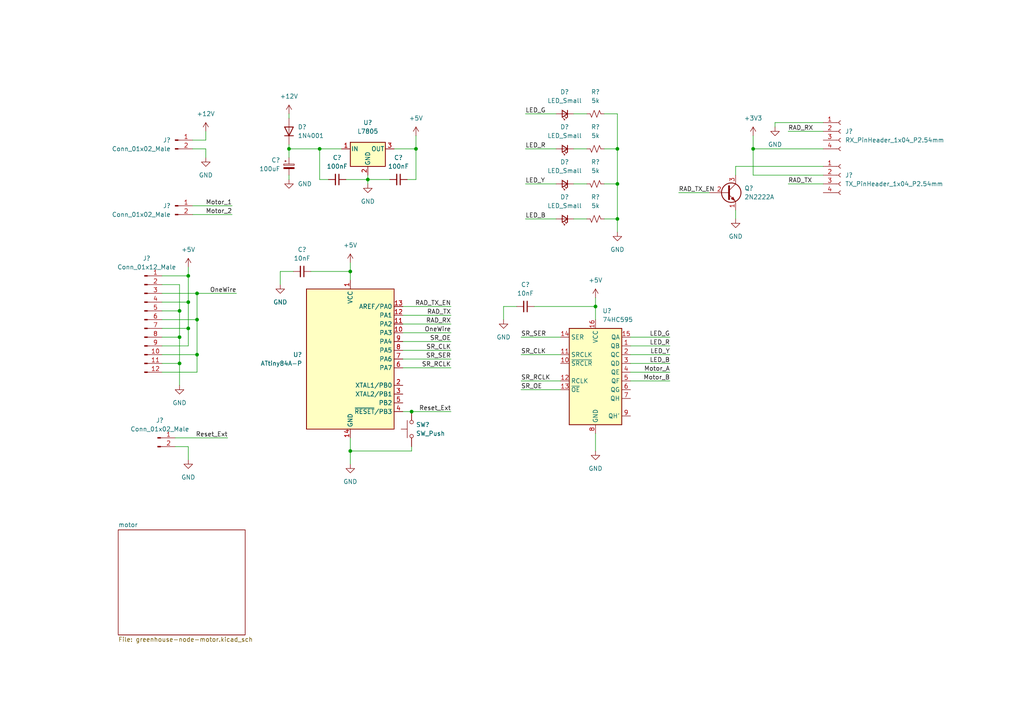
<source format=kicad_sch>
(kicad_sch (version 20211123) (generator eeschema)
  (paper "A4")
  (lib_symbols
    (symbol "74xx:74HC595"
      (property "Reference" "U" (at -7.62 13.97 0))
      (property "Value" "74HC595" (at -7.62 -16.51 0))
      (symbol "74HC595_1_0"
        (pin tri_state line (at 10.16 7.62 180) (length 2.54) (name "QB") (number "1"))
        (pin input line (at -10.16 2.54 0) (length 2.54) (name "~{SRCLR}") (number "10"))
        (pin input line (at -10.16 5.08 0) (length 2.54) (name "SRCLK") (number "11"))
        (pin input line (at -10.16 -2.54 0) (length 2.54) (name "RCLK") (number "12"))
        (pin input line (at -10.16 -5.08 0) (length 2.54) (name "~{OE}") (number "13"))
        (pin input line (at -10.16 10.16 0) (length 2.54) (name "SER") (number "14"))
        (pin tri_state line (at 10.16 10.16 180) (length 2.54) (name "QA") (number "15"))
        (pin power_in line (at 0 15.24 270) (length 2.54) (name "VCC") (number "16"))
        (pin tri_state line (at 10.16 5.08 180) (length 2.54) (name "QC") (number "2"))
        (pin tri_state line (at 10.16 2.54 180) (length 2.54) (name "QD") (number "3"))
        (pin tri_state line (at 10.16 0 180) (length 2.54) (name "QE") (number "4"))
        (pin tri_state line (at 10.16 -2.54 180) (length 2.54) (name "QF") (number "5"))
        (pin tri_state line (at 10.16 -5.08 180) (length 2.54) (name "QG") (number "6"))
        (pin tri_state line (at 10.16 -7.62 180) (length 2.54) (name "QH") (number "7"))
        (pin power_in line (at 0 -17.78 90) (length 2.54) (name "GND") (number "8"))
        (pin output line (at 10.16 -12.7 180) (length 2.54) (name "QH'") (number "9"))
      )
      (symbol "74HC595_1_1"
        (rectangle (start -7.62 12.7) (end 7.62 -15.24) (stroke (width 0.254)) (fill (type background)))
      )
    )
    (symbol "Connector:Conn_01x02_Male" (pin_names (offset 1.016) hide)
      (property "Reference" "J" (at 0 2.54 0))
      (property "Value" "Conn_01x02_Male" (at 0 -5.08 0))
      (symbol "Conn_01x02_Male_1_1"
        (polyline (pts (xy 1.27 -2.54) (xy 0.8636 -2.54)) (stroke (width 0.1524)))
        (polyline (pts (xy 1.27 0) (xy 0.8636 0)) (stroke (width 0.1524)))
        (rectangle (start 0.8636 -2.413) (end 0 -2.667) (stroke (width 0.1524)) (fill (type outline)))
        (rectangle (start 0.8636 0.127) (end 0 -0.127) (stroke (width 0.1524)) (fill (type outline)))
        (pin passive line (at 5.08 0 180) (length 3.81) (name "Pin_1") (number "1"))
        (pin passive line (at 5.08 -2.54 180) (length 3.81) (name "Pin_2") (number "2"))
      )
    )
    (symbol "Connector:Conn_01x04_Female" (pin_names (offset 1.016) hide)
      (property "Reference" "J" (at 0 5.08 0))
      (property "Value" "Conn_01x04_Female" (at 0 -7.62 0))
      (symbol "Conn_01x04_Female_1_1"
        (arc (start 0 -4.572) (mid -0.508 -5.08) (end 0 -5.588) (stroke (width 0.1524)))
        (arc (start 0 -2.032) (mid -0.508 -2.54) (end 0 -3.048) (stroke (width 0.1524)))
        (polyline (pts (xy -1.27 -5.08) (xy -0.508 -5.08)) (stroke (width 0.1524)))
        (polyline (pts (xy -1.27 -2.54) (xy -0.508 -2.54)) (stroke (width 0.1524)))
        (polyline (pts (xy -1.27 0) (xy -0.508 0)) (stroke (width 0.1524)))
        (polyline (pts (xy -1.27 2.54) (xy -0.508 2.54)) (stroke (width 0.1524)))
        (arc (start 0 0.508) (mid -0.508 0) (end 0 -0.508) (stroke (width 0.1524)))
        (arc (start 0 3.048) (mid -0.508 2.54) (end 0 2.032) (stroke (width 0.1524)))
        (pin passive line (at -5.08 2.54 0) (length 3.81) (name "Pin_1") (number "1"))
        (pin passive line (at -5.08 0 0) (length 3.81) (name "Pin_2") (number "2"))
        (pin passive line (at -5.08 -2.54 0) (length 3.81) (name "Pin_3") (number "3"))
        (pin passive line (at -5.08 -5.08 0) (length 3.81) (name "Pin_4") (number "4"))
      )
    )
    (symbol "Connector:Conn_01x12_Male" (pin_names (offset 1.016) hide)
      (property "Reference" "J" (at 0 15.24 0))
      (property "Value" "Conn_01x12_Male" (at 0 -17.78 0))
      (symbol "Conn_01x12_Male_1_1"
        (polyline (pts (xy 1.27 -15.24) (xy 0.8636 -15.24)) (stroke (width 0.1524)))
        (polyline (pts (xy 1.27 -12.7) (xy 0.8636 -12.7)) (stroke (width 0.1524)))
        (polyline (pts (xy 1.27 -10.16) (xy 0.8636 -10.16)) (stroke (width 0.1524)))
        (polyline (pts (xy 1.27 -7.62) (xy 0.8636 -7.62)) (stroke (width 0.1524)))
        (polyline (pts (xy 1.27 -5.08) (xy 0.8636 -5.08)) (stroke (width 0.1524)))
        (polyline (pts (xy 1.27 -2.54) (xy 0.8636 -2.54)) (stroke (width 0.1524)))
        (polyline (pts (xy 1.27 0) (xy 0.8636 0)) (stroke (width 0.1524)))
        (polyline (pts (xy 1.27 2.54) (xy 0.8636 2.54)) (stroke (width 0.1524)))
        (polyline (pts (xy 1.27 5.08) (xy 0.8636 5.08)) (stroke (width 0.1524)))
        (polyline (pts (xy 1.27 7.62) (xy 0.8636 7.62)) (stroke (width 0.1524)))
        (polyline (pts (xy 1.27 10.16) (xy 0.8636 10.16)) (stroke (width 0.1524)))
        (polyline (pts (xy 1.27 12.7) (xy 0.8636 12.7)) (stroke (width 0.1524)))
        (rectangle (start 0.8636 -15.113) (end 0 -15.367) (stroke (width 0.1524)) (fill (type outline)))
        (rectangle (start 0.8636 -12.573) (end 0 -12.827) (stroke (width 0.1524)) (fill (type outline)))
        (rectangle (start 0.8636 -10.033) (end 0 -10.287) (stroke (width 0.1524)) (fill (type outline)))
        (rectangle (start 0.8636 -7.493) (end 0 -7.747) (stroke (width 0.1524)) (fill (type outline)))
        (rectangle (start 0.8636 -4.953) (end 0 -5.207) (stroke (width 0.1524)) (fill (type outline)))
        (rectangle (start 0.8636 -2.413) (end 0 -2.667) (stroke (width 0.1524)) (fill (type outline)))
        (rectangle (start 0.8636 0.127) (end 0 -0.127) (stroke (width 0.1524)) (fill (type outline)))
        (rectangle (start 0.8636 2.667) (end 0 2.413) (stroke (width 0.1524)) (fill (type outline)))
        (rectangle (start 0.8636 5.207) (end 0 4.953) (stroke (width 0.1524)) (fill (type outline)))
        (rectangle (start 0.8636 7.747) (end 0 7.493) (stroke (width 0.1524)) (fill (type outline)))
        (rectangle (start 0.8636 10.287) (end 0 10.033) (stroke (width 0.1524)) (fill (type outline)))
        (rectangle (start 0.8636 12.827) (end 0 12.573) (stroke (width 0.1524)) (fill (type outline)))
        (pin passive line (at 5.08 12.7 180) (length 3.81) (name "Pin_1") (number "1"))
        (pin passive line (at 5.08 -10.16 180) (length 3.81) (name "Pin_10") (number "10"))
        (pin passive line (at 5.08 -12.7 180) (length 3.81) (name "Pin_11") (number "11"))
        (pin passive line (at 5.08 -15.24 180) (length 3.81) (name "Pin_12") (number "12"))
        (pin passive line (at 5.08 10.16 180) (length 3.81) (name "Pin_2") (number "2"))
        (pin passive line (at 5.08 7.62 180) (length 3.81) (name "Pin_3") (number "3"))
        (pin passive line (at 5.08 5.08 180) (length 3.81) (name "Pin_4") (number "4"))
        (pin passive line (at 5.08 2.54 180) (length 3.81) (name "Pin_5") (number "5"))
        (pin passive line (at 5.08 0 180) (length 3.81) (name "Pin_6") (number "6"))
        (pin passive line (at 5.08 -2.54 180) (length 3.81) (name "Pin_7") (number "7"))
        (pin passive line (at 5.08 -5.08 180) (length 3.81) (name "Pin_8") (number "8"))
        (pin passive line (at 5.08 -7.62 180) (length 3.81) (name "Pin_9") (number "9"))
      )
    )
    (symbol "Device:C_Polarized_Small" (pin_numbers hide) (pin_names (offset 0.254) hide)
      (property "Reference" "C" (at 0.254 1.778 0))
      (property "Value" "C_Polarized_Small" (at 0.254 -2.032 0))
      (symbol "C_Polarized_Small_0_1"
        (rectangle (start -1.524 -0.3048) (end 1.524 -0.6858) (fill (type outline)))
        (rectangle (start -1.524 0.6858) (end 1.524 0.3048))
        (polyline (pts (xy -1.27 1.524) (xy -0.762 1.524)))
        (polyline (pts (xy -1.016 1.27) (xy -1.016 1.778)))
      )
      (symbol "C_Polarized_Small_1_1"
        (pin passive line (at 0 2.54 270) (length 1.8542) (name "~") (number "1"))
        (pin passive line (at 0 -2.54 90) (length 1.8542) (name "~") (number "2"))
      )
    )
    (symbol "Device:C_Small" (pin_numbers hide) (pin_names (offset 0.254) hide)
      (property "Reference" "C" (at 0.254 1.778 0))
      (property "Value" "C_Small" (at 0.254 -2.032 0))
      (symbol "C_Small_0_1"
        (polyline (pts (xy -1.524 -0.508) (xy 1.524 -0.508)) (stroke (width 0.3302)))
        (polyline (pts (xy -1.524 0.508) (xy 1.524 0.508)) (stroke (width 0.3048)))
      )
      (symbol "C_Small_1_1"
        (pin passive line (at 0 2.54 270) (length 2.032) (name "~") (number "1"))
        (pin passive line (at 0 -2.54 90) (length 2.032) (name "~") (number "2"))
      )
    )
    (symbol "Device:LED_Small" (pin_numbers hide) (pin_names (offset 0.254) hide)
      (property "Reference" "D" (at -1.27 3.175 0))
      (property "Value" "LED_Small" (at -4.445 -2.54 0))
      (symbol "LED_Small_0_1"
        (polyline (pts (xy -0.762 -1.016) (xy -0.762 1.016)) (stroke (width 0.254)))
        (polyline (pts (xy 1.016 0) (xy -0.762 0)))
        (polyline (pts (xy 0.762 -1.016) (xy -0.762 0) (xy 0.762 1.016) (xy 0.762 -1.016)) (stroke (width 0.254)))
        (polyline (pts (xy 0 0.762) (xy -0.508 1.27) (xy -0.254 1.27) (xy -0.508 1.27) (xy -0.508 1.016)))
        (polyline (pts (xy 0.508 1.27) (xy 0 1.778) (xy 0.254 1.778) (xy 0 1.778) (xy 0 1.524)))
      )
      (symbol "LED_Small_1_1"
        (pin passive line (at -2.54 0 0) (length 1.778) (name "K") (number "1"))
        (pin passive line (at 2.54 0 180) (length 1.778) (name "A") (number "2"))
      )
    )
    (symbol "Device:R_Small_US" (pin_numbers hide) (pin_names (offset 0.254) hide)
      (property "Reference" "R" (at 0.762 0.508 0))
      (property "Value" "R_Small_US" (at 0.762 -1.016 0))
      (symbol "R_Small_US_1_1"
        (polyline (pts (xy 0 0) (xy 1.016 -0.381) (xy 0 -0.762) (xy -1.016 -1.143) (xy 0 -1.524)))
        (polyline (pts (xy 0 1.524) (xy 1.016 1.143) (xy 0 0.762) (xy -1.016 0.381) (xy 0 0)))
        (pin passive line (at 0 2.54 270) (length 1.016) (name "~") (number "1"))
        (pin passive line (at 0 -2.54 90) (length 1.016) (name "~") (number "2"))
      )
    )
    (symbol "Diode:1N4001" (pin_numbers hide) (pin_names (offset 1.016) hide)
      (property "Reference" "D" (at 0 2.54 0))
      (property "Value" "1N4001" (at 0 -2.54 0))
      (symbol "1N4001_0_1"
        (polyline (pts (xy -1.27 1.27) (xy -1.27 -1.27)) (stroke (width 0.254)))
        (polyline (pts (xy 1.27 0) (xy -1.27 0)))
        (polyline (pts (xy 1.27 1.27) (xy 1.27 -1.27) (xy -1.27 0) (xy 1.27 1.27)) (stroke (width 0.254)))
      )
      (symbol "1N4001_1_1"
        (pin passive line (at -3.81 0 0) (length 2.54) (name "K") (number "1"))
        (pin passive line (at 3.81 0 180) (length 2.54) (name "A") (number "2"))
      )
    )
    (symbol "MCU_Microchip_ATtiny:ATtiny84A-P"
      (property "Reference" "U" (at -12.7 21.59 0))
      (property "Value" "ATtiny84A-P" (at 2.54 -21.59 0))
      (symbol "ATtiny84A-P_0_1"
        (rectangle (start -12.7 -20.32) (end 12.7 20.32) (stroke (width 0.254)) (fill (type background)))
      )
      (symbol "ATtiny84A-P_1_1"
        (pin power_in line (at 0 22.86 270) (length 2.54) (name "VCC") (number "1"))
        (pin bidirectional line (at 15.24 7.62 180) (length 2.54) (name "PA3") (number "10"))
        (pin bidirectional line (at 15.24 10.16 180) (length 2.54) (name "PA2") (number "11"))
        (pin bidirectional line (at 15.24 12.7 180) (length 2.54) (name "PA1") (number "12"))
        (pin bidirectional line (at 15.24 15.24 180) (length 2.54) (name "AREF/PA0") (number "13"))
        (pin power_in line (at 0 -22.86 90) (length 2.54) (name "GND") (number "14"))
        (pin bidirectional line (at 15.24 -7.62 180) (length 2.54) (name "XTAL1/PB0") (number "2"))
        (pin bidirectional line (at 15.24 -10.16 180) (length 2.54) (name "XTAL2/PB1") (number "3"))
        (pin bidirectional line (at 15.24 -15.24 180) (length 2.54) (name "~{RESET}/PB3") (number "4"))
        (pin bidirectional line (at 15.24 -12.7 180) (length 2.54) (name "PB2") (number "5"))
        (pin bidirectional line (at 15.24 -2.54 180) (length 2.54) (name "PA7") (number "6"))
        (pin bidirectional line (at 15.24 0 180) (length 2.54) (name "PA6") (number "7"))
        (pin bidirectional line (at 15.24 2.54 180) (length 2.54) (name "PA5") (number "8"))
        (pin bidirectional line (at 15.24 5.08 180) (length 2.54) (name "PA4") (number "9"))
      )
    )
    (symbol "Nick:2N2222A" (pin_names (offset 0) hide)
      (property "Reference" "Q" (at 5.08 1.905 0))
      (property "Value" "2N2222A" (at 5.08 0 0))
      (symbol "2N2222A_0_1"
        (polyline (pts (xy 0.635 0.635) (xy 2.54 2.54)))
        (polyline (pts (xy 0.635 -0.635) (xy 2.54 -2.54) (xy 2.54 -2.54)))
        (polyline (pts (xy 0.635 1.905) (xy 0.635 -1.905) (xy 0.635 -1.905)) (stroke (width 0.508)))
        (polyline (pts (xy 1.27 -1.778) (xy 1.778 -1.27) (xy 2.286 -2.286) (xy 1.27 -1.778) (xy 1.27 -1.778)) (fill (type outline)))
        (circle (center 1.27 0) (radius 2.8194) (stroke (width 0.254)))
      )
      (symbol "2N2222A_1_1"
        (pin passive line (at 2.54 -5.08 90) (length 2.54) (name "E") (number "1"))
        (pin passive line (at -5.08 0 0) (length 5.715) (name "B") (number "2"))
        (pin passive line (at 2.54 5.08 270) (length 2.54) (name "C") (number "3"))
      )
    )
    (symbol "Regulator_Linear:L7805" (pin_names (offset 0.254))
      (property "Reference" "U" (at -3.81 3.175 0))
      (property "Value" "L7805" (at 0 3.175 0))
      (symbol "L7805_0_1"
        (rectangle (start -5.08 1.905) (end 5.08 -5.08) (stroke (width 0.254)) (fill (type background)))
      )
      (symbol "L7805_1_1"
        (pin power_in line (at -7.62 0 0) (length 2.54) (name "IN") (number "1"))
        (pin power_in line (at 0 -7.62 90) (length 2.54) (name "GND") (number "2"))
        (pin power_out line (at 7.62 0 180) (length 2.54) (name "OUT") (number "3"))
      )
    )
    (symbol "Switch:SW_Push" (pin_numbers hide) (pin_names (offset 1.016) hide)
      (property "Reference" "SW" (at 1.27 2.54 0))
      (property "Value" "SW_Push" (at 0 -1.524 0))
      (symbol "SW_Push_0_1"
        (circle (center -2.032 0) (radius 0.508))
        (polyline (pts (xy 0 1.27) (xy 0 3.048)))
        (polyline (pts (xy 2.54 1.27) (xy -2.54 1.27)))
        (circle (center 2.032 0) (radius 0.508))
        (pin passive line (at -5.08 0 0) (length 2.54) (name "1") (number "1"))
        (pin passive line (at 5.08 0 180) (length 2.54) (name "2") (number "2"))
      )
    )
    (symbol "power:+12V" (power) (pin_names (offset 0))
      (property "Value" "+12V" (at 0 3.556 0))
      (symbol "+12V_0_1"
        (polyline (pts (xy -0.762 1.27) (xy 0 2.54)))
        (polyline (pts (xy 0 0) (xy 0 2.54)))
        (polyline (pts (xy 0 2.54) (xy 0.762 1.27)))
      )
      (symbol "+12V_1_1"
        (pin power_in line (at 0 0 90) (length 0) hide (name "+12V") (number "1"))
      )
    )
    (symbol "power:+3V3" (power) (pin_names (offset 0))
      (property "Value" "+3V3" (at 0 3.556 0))
      (symbol "+3V3_0_1"
        (polyline (pts (xy -0.762 1.27) (xy 0 2.54)))
        (polyline (pts (xy 0 0) (xy 0 2.54)))
        (polyline (pts (xy 0 2.54) (xy 0.762 1.27)))
      )
      (symbol "+3V3_1_1"
        (pin power_in line (at 0 0 90) (length 0) hide (name "+3V3") (number "1"))
      )
    )
    (symbol "power:+5V" (power) (pin_names (offset 0))
      (property "Value" "+5V" (at 0 3.556 0))
      (symbol "+5V_0_1"
        (polyline (pts (xy -0.762 1.27) (xy 0 2.54)))
        (polyline (pts (xy 0 0) (xy 0 2.54)))
        (polyline (pts (xy 0 2.54) (xy 0.762 1.27)))
      )
      (symbol "+5V_1_1"
        (pin power_in line (at 0 0 90) (length 0) hide (name "+5V") (number "1"))
      )
    )
    (symbol "power:GND" (power) (pin_names (offset 0))
      (property "Value" "GND" (at 0 -3.81 0))
      (symbol "GND_0_1"
        (polyline (pts (xy 0 0) (xy 0 -1.27) (xy 1.27 -1.27) (xy 0 -2.54) (xy -1.27 -1.27) (xy 0 -1.27)))
      )
      (symbol "GND_1_1"
        (pin power_in line (at 0 0 270) (length 0) hide (name "GND") (number "1"))
      )
    )
  )
  (junction (at 52.07 105.41))
  (junction (at 106.68 52.07))
  (junction (at 52.07 97.79))
  (junction (at 119.38 119.38))
  (junction (at 218.44 43.18))
  (junction (at 57.15 92.71))
  (junction (at 120.65 43.18))
  (junction (at 101.6 78.74))
  (junction (at 54.61 80.01))
  (junction (at 179.07 63.5))
  (junction (at 92.71 43.18))
  (junction (at 172.72 88.9))
  (junction (at 179.07 53.34))
  (junction (at 54.61 87.63))
  (junction (at 57.15 85.09))
  (junction (at 57.15 102.87))
  (junction (at 83.82 43.18))
  (junction (at 179.07 43.18))
  (junction (at 54.61 95.25))
  (junction (at 52.07 90.17))
  (junction (at 101.6 130.81))
  (wire (pts (xy 179.07 63.5) (xy 179.07 53.34)))
  (wire (pts (xy 81.28 78.74) (xy 85.09 78.74)))
  (wire (pts (xy 54.61 87.63) (xy 54.61 95.25)))
  (wire (pts (xy 83.82 45.72) (xy 83.82 43.18)))
  (wire (pts (xy 238.76 35.56) (xy 224.79 35.56)))
  (wire (pts (xy 52.07 90.17) (xy 46.99 90.17)))
  (wire (pts (xy 162.56 113.03) (xy 151.13 113.03)))
  (wire (pts (xy 119.38 119.38) (xy 130.81 119.38)))
  (wire (pts (xy 52.07 90.17) (xy 52.07 82.55)))
  (wire (pts (xy 46.99 107.95) (xy 57.15 107.95)))
  (wire (pts (xy 116.84 99.06) (xy 130.81 99.06)))
  (wire (pts (xy 228.6 53.34) (xy 238.76 53.34)))
  (wire (pts (xy 52.07 105.41) (xy 46.99 105.41)))
  (wire (pts (xy 196.85 55.88) (xy 205.74 55.88)))
  (wire (pts (xy 116.84 88.9) (xy 130.81 88.9)))
  (wire (pts (xy 182.88 102.87) (xy 194.31 102.87)))
  (wire (pts (xy 120.65 43.18) (xy 120.65 52.07)))
  (wire (pts (xy 59.69 43.18) (xy 55.88 43.18)))
  (wire (pts (xy 116.84 101.6) (xy 130.81 101.6)))
  (wire (pts (xy 224.79 35.56) (xy 224.79 36.83)))
  (wire (pts (xy 172.72 86.36) (xy 172.72 88.9)))
  (wire (pts (xy 83.82 52.07) (xy 83.82 50.8)))
  (wire (pts (xy 90.17 78.74) (xy 101.6 78.74)))
  (wire (pts (xy 166.37 63.5) (xy 170.18 63.5)))
  (wire (pts (xy 172.72 88.9) (xy 172.72 92.71)))
  (wire (pts (xy 146.05 88.9) (xy 146.05 92.71)))
  (wire (pts (xy 101.6 78.74) (xy 101.6 81.28)))
  (wire (pts (xy 55.88 59.69) (xy 67.31 59.69)))
  (wire (pts (xy 179.07 43.18) (xy 179.07 33.02)))
  (wire (pts (xy 152.4 53.34) (xy 161.29 53.34)))
  (wire (pts (xy 162.56 110.49) (xy 151.13 110.49)))
  (wire (pts (xy 46.99 102.87) (xy 57.15 102.87)))
  (wire (pts (xy 54.61 100.33) (xy 46.99 100.33)))
  (wire (pts (xy 116.84 119.38) (xy 119.38 119.38)))
  (wire (pts (xy 175.26 63.5) (xy 179.07 63.5)))
  (wire (pts (xy 83.82 41.91) (xy 83.82 43.18)))
  (wire (pts (xy 182.88 110.49) (xy 194.31 110.49)))
  (wire (pts (xy 182.88 100.33) (xy 194.31 100.33)))
  (wire (pts (xy 59.69 40.64) (xy 55.88 40.64)))
  (wire (pts (xy 162.56 102.87) (xy 151.13 102.87)))
  (wire (pts (xy 83.82 33.02) (xy 83.82 34.29)))
  (wire (pts (xy 101.6 76.2) (xy 101.6 78.74)))
  (wire (pts (xy 54.61 95.25) (xy 54.61 100.33)))
  (wire (pts (xy 179.07 53.34) (xy 179.07 43.18)))
  (wire (pts (xy 101.6 130.81) (xy 101.6 134.62)))
  (wire (pts (xy 55.88 62.23) (xy 67.31 62.23)))
  (wire (pts (xy 52.07 105.41) (xy 52.07 97.79)))
  (wire (pts (xy 50.8 127) (xy 66.04 127)))
  (wire (pts (xy 162.56 97.79) (xy 151.13 97.79)))
  (wire (pts (xy 152.4 43.18) (xy 161.29 43.18)))
  (wire (pts (xy 166.37 33.02) (xy 170.18 33.02)))
  (wire (pts (xy 116.84 104.14) (xy 130.81 104.14)))
  (wire (pts (xy 182.88 107.95) (xy 194.31 107.95)))
  (wire (pts (xy 92.71 43.18) (xy 92.71 52.07)))
  (wire (pts (xy 213.36 60.96) (xy 213.36 63.5)))
  (wire (pts (xy 120.65 43.18) (xy 114.3 43.18)))
  (wire (pts (xy 116.84 106.68) (xy 130.81 106.68)))
  (wire (pts (xy 57.15 102.87) (xy 57.15 92.71)))
  (wire (pts (xy 101.6 127) (xy 101.6 130.81)))
  (wire (pts (xy 81.28 78.74) (xy 81.28 82.55)))
  (wire (pts (xy 175.26 43.18) (xy 179.07 43.18)))
  (wire (pts (xy 54.61 77.47) (xy 54.61 80.01)))
  (wire (pts (xy 116.84 91.44) (xy 130.81 91.44)))
  (wire (pts (xy 92.71 43.18) (xy 99.06 43.18)))
  (wire (pts (xy 106.68 52.07) (xy 106.68 53.34)))
  (wire (pts (xy 154.94 88.9) (xy 172.72 88.9)))
  (wire (pts (xy 194.31 105.41) (xy 182.88 105.41)))
  (wire (pts (xy 100.33 52.07) (xy 106.68 52.07)))
  (wire (pts (xy 172.72 125.73) (xy 172.72 130.81)))
  (wire (pts (xy 52.07 97.79) (xy 52.07 90.17)))
  (wire (pts (xy 59.69 45.72) (xy 59.69 43.18)))
  (wire (pts (xy 175.26 53.34) (xy 179.07 53.34)))
  (wire (pts (xy 146.05 88.9) (xy 149.86 88.9)))
  (wire (pts (xy 54.61 133.35) (xy 54.61 129.54)))
  (wire (pts (xy 218.44 39.37) (xy 218.44 43.18)))
  (wire (pts (xy 54.61 129.54) (xy 50.8 129.54)))
  (wire (pts (xy 54.61 80.01) (xy 54.61 87.63)))
  (wire (pts (xy 166.37 43.18) (xy 170.18 43.18)))
  (wire (pts (xy 152.4 33.02) (xy 161.29 33.02)))
  (wire (pts (xy 83.82 43.18) (xy 92.71 43.18)))
  (wire (pts (xy 46.99 92.71) (xy 57.15 92.71)))
  (wire (pts (xy 218.44 43.18) (xy 238.76 43.18)))
  (wire (pts (xy 179.07 67.31) (xy 179.07 63.5)))
  (wire (pts (xy 52.07 97.79) (xy 46.99 97.79)))
  (wire (pts (xy 228.6 38.1) (xy 238.76 38.1)))
  (wire (pts (xy 119.38 129.54) (xy 119.38 130.81)))
  (wire (pts (xy 182.88 97.79) (xy 194.31 97.79)))
  (wire (pts (xy 118.11 52.07) (xy 120.65 52.07)))
  (wire (pts (xy 54.61 95.25) (xy 46.99 95.25)))
  (wire (pts (xy 213.36 48.26) (xy 213.36 50.8)))
  (wire (pts (xy 106.68 52.07) (xy 113.03 52.07)))
  (wire (pts (xy 106.68 50.8) (xy 106.68 52.07)))
  (wire (pts (xy 120.65 39.37) (xy 120.65 43.18)))
  (wire (pts (xy 218.44 43.18) (xy 218.44 50.8)))
  (wire (pts (xy 179.07 33.02) (xy 175.26 33.02)))
  (wire (pts (xy 57.15 85.09) (xy 68.58 85.09)))
  (wire (pts (xy 213.36 48.26) (xy 238.76 48.26)))
  (wire (pts (xy 54.61 80.01) (xy 46.99 80.01)))
  (wire (pts (xy 116.84 93.98) (xy 130.81 93.98)))
  (wire (pts (xy 59.69 38.1) (xy 59.69 40.64)))
  (wire (pts (xy 52.07 82.55) (xy 46.99 82.55)))
  (wire (pts (xy 116.84 96.52) (xy 130.81 96.52)))
  (wire (pts (xy 54.61 87.63) (xy 46.99 87.63)))
  (wire (pts (xy 101.6 130.81) (xy 119.38 130.81)))
  (wire (pts (xy 57.15 92.71) (xy 57.15 85.09)))
  (wire (pts (xy 46.99 85.09) (xy 57.15 85.09)))
  (wire (pts (xy 92.71 52.07) (xy 95.25 52.07)))
  (wire (pts (xy 52.07 111.76) (xy 52.07 105.41)))
  (wire (pts (xy 218.44 50.8) (xy 238.76 50.8)))
  (wire (pts (xy 57.15 107.95) (xy 57.15 102.87)))
  (wire (pts (xy 166.37 53.34) (xy 170.18 53.34)))
  (wire (pts (xy 152.4 63.5) (xy 161.29 63.5)))
  (label "SR_SER" (at 151.13 97.79 0))
  (label "RAD_TX_EN" (at 130.81 88.9 180))
  (label "RAD_TX" (at 130.81 91.44 180))
  (label "OneWire" (at 68.58 85.09 180))
  (label "SR_CLK" (at 151.13 102.87 0))
  (label "Motor_2" (at 67.31 62.23 180))
  (label "LED_B" (at 194.31 105.41 180))
  (label "LED_G" (at 194.31 97.79 180))
  (label "Motor_B" (at 194.31 110.49 180))
  (label "LED_G" (at 152.4 33.02 0))
  (label "SR_RCLK" (at 151.13 110.49 0))
  (label "SR_OE" (at 151.13 113.03 0))
  (label "LED_R" (at 152.4 43.18 0))
  (label "RAD_RX" (at 130.81 93.98 180))
  (label "Motor_A" (at 194.31 107.95 180))
  (label "RAD_RX" (at 228.6 38.1 0))
  (label "RAD_TX_EN" (at 196.85 55.88 0))
  (label "LED_R" (at 194.31 100.33 180))
  (label "SR_CLK" (at 130.81 101.6 180))
  (label "Reset_Ext" (at 130.81 119.38 180))
  (label "SR_OE" (at 130.81 99.06 180))
  (label "RAD_TX" (at 228.6 53.34 0))
  (label "LED_Y" (at 194.31 102.87 180))
  (label "Motor_1" (at 67.31 59.69 180))
  (label "SR_RCLK" (at 130.81 106.68 180))
  (label "LED_Y" (at 152.4 53.34 0))
  (label "LED_B" (at 152.4 63.5 0))
  (label "Reset_Ext" (at 66.04 127 180))
  (label "SR_SER" (at 130.81 104.14 180))
  (label "OneWire" (at 130.81 96.52 180))
  (symbol (lib_id "Device:C_Small") (at 152.4 88.9 270) (unit 1)
    (property "Reference" "C?" (at 152.3936 82.55 90))
    (property "Value" "10nF" (at 152.3936 85.09 90))
    (property "Footprint" "Capacitor_THT:C_Disc_D4.7mm_W2.5mm_P5.00mm" (effects hide))
  )
  (symbol (lib_id "Regulator_Linear:L7805") (at 106.68 43.18 0) (unit 1)
    (property "Reference" "U?" (at 106.68 35.56 0))
    (property "Value" "L7805" (at 106.68 38.1 0))
    (property "Datasheet" "http://www.st.com/content/ccc/resource/technical/document/datasheet/41/4f/b3/b0/12/d4/47/88/CD00000444.pdf/files/CD00000444.pdf/jcr:content/translations/en.CD00000444.pdf" (effects hide))
  )
  (symbol (lib_id "power:GND") (at 81.28 82.55 0) (unit 1)
    (property "Reference" "#PWR?" (effects hide))
    (property "Value" "GND" (at 81.28 87.63 0))
  )
  (symbol (lib_id "power:GND") (at 52.07 111.76 0) (unit 1)
    (property "Reference" "#PWR?" (effects hide))
    (property "Value" "GND" (at 52.07 116.84 0))
  )
  (symbol (lib_id "Device:C_Small") (at 87.63 78.74 270) (unit 1)
    (property "Reference" "C?" (at 87.6236 72.39 90))
    (property "Value" "10nF" (at 87.6236 74.93 90))
    (property "Footprint" "Capacitor_THT:C_Disc_D4.7mm_W2.5mm_P5.00mm" (effects hide))
  )
  (symbol (lib_id "power:+12V") (at 59.69 38.1 0) (unit 1)
    (property "Reference" "#PWR?" (effects hide))
    (property "Value" "+12V" (at 59.69 33.02 0))
  )
  (symbol (lib_id "Switch:SW_Push") (at 119.38 124.46 90) (unit 1)
    (property "Reference" "SW?" (at 120.65 123.1899 90) (effects (justify right)))
    (property "Value" "SW_Push" (at 120.65 125.7299 90) (effects (justify right)))
  )
  (symbol (lib_id "power:GND") (at 179.07 67.31 0) (unit 1)
    (property "Reference" "#PWR?" (effects hide))
    (property "Value" "GND" (at 179.07 72.39 0))
  )
  (symbol (lib_id "power:GND") (at 83.82 52.07 0) (unit 1)
    (property "Reference" "#PWR?" (effects hide))
    (property "Value" "GND" (at 86.36 53.3399 0) (effects (justify left)))
  )
  (symbol (lib_id "Device:C_Small") (at 97.79 52.07 270) (unit 1)
    (property "Reference" "C?" (at 97.7836 45.72 90))
    (property "Value" "100nF" (at 97.7836 48.26 90))
    (property "Footprint" "Capacitor_THT:C_Disc_D4.7mm_W2.5mm_P5.00mm" (effects hide))
  )
  (symbol (lib_id "Device:R_Small_US") (at 172.72 53.34 270) (mirror x) (unit 1)
    (property "Reference" "R?" (at 172.72 46.99 90))
    (property "Value" "5k" (at 172.72 49.53 90))
  )
  (symbol (lib_id "Device:LED_Small") (at 163.83 33.02 180) (unit 1)
    (property "Reference" "D?" (at 163.7665 26.67 0))
    (property "Value" "LED_Small" (at 163.7665 29.21 0))
  )
  (symbol (lib_id "power:+5V") (at 120.65 39.37 0) (mirror y) (unit 1)
    (property "Reference" "#PWR?" (effects hide))
    (property "Value" "+5V" (at 120.65 34.29 0))
  )
  (symbol (lib_id "Connector:Conn_01x02_Male") (at 50.8 40.64 0) (unit 1)
    (property "Reference" "J?" (at 49.53 40.6399 0) (effects (justify right)))
    (property "Value" "Conn_01x02_Male" (at 49.53 43.1799 0) (effects (justify right)))
  )
  (symbol (lib_id "power:GND") (at 106.68 53.34 0) (unit 1)
    (property "Reference" "#PWR?" (effects hide))
    (property "Value" "GND" (at 106.68 58.42 0))
  )
  (symbol (lib_id "power:GND") (at 224.79 36.83 0) (unit 1)
    (property "Reference" "#PWR?" (effects hide))
    (property "Value" "GND" (at 224.79 41.91 0))
  )
  (symbol (lib_id "Device:R_Small_US") (at 172.72 43.18 270) (mirror x) (unit 1)
    (property "Reference" "R?" (at 172.72 36.83 90))
    (property "Value" "5k" (at 172.72 39.37 90))
  )
  (symbol (lib_id "Connector:Conn_01x04_Female") (at 243.84 38.1 0) (unit 1)
    (property "Reference" "J?" (at 245.11 38.0999 0) (effects (justify left)))
    (property "Value" "RX_PinHeader_1x04_P2.54mm" (at 245.11 40.6399 0) (effects (justify left)))
    (property "Footprint" "Connector_PinHeader_2.54mm:PinHeader_1x04_P2.54mm_Vertical" (effects hide))
  )
  (symbol (lib_id "Device:R_Small_US") (at 172.72 63.5 270) (mirror x) (unit 1)
    (property "Reference" "R?" (at 172.72 57.15 90))
    (property "Value" "5k" (at 172.72 59.69 90))
  )
  (symbol (lib_id "power:GND") (at 213.36 63.5 0) (unit 1)
    (property "Reference" "#PWR?" (effects hide))
    (property "Value" "GND" (at 213.36 68.58 0))
  )
  (symbol (lib_id "power:GND") (at 101.6 134.62 0) (unit 1)
    (property "Reference" "#PWR?" (effects hide))
    (property "Value" "GND" (at 101.6 139.7 0))
  )
  (symbol (lib_id "power:+5V") (at 172.72 86.36 0) (mirror y) (unit 1)
    (property "Reference" "#PWR?" (effects hide))
    (property "Value" "+5V" (at 172.72 81.28 0))
  )
  (symbol (lib_id "Device:LED_Small") (at 163.83 53.34 180) (unit 1)
    (property "Reference" "D?" (at 163.7665 46.99 0))
    (property "Value" "LED_Small" (at 163.7665 49.53 0))
  )
  (symbol (lib_id "Connector:Conn_01x02_Male") (at 45.72 127 0) (unit 1)
    (property "Reference" "J?" (at 46.355 121.92 0))
    (property "Value" "Conn_01x02_Male" (at 46.355 124.46 0))
  )
  (symbol (lib_id "Diode:1N4001") (at 83.82 38.1 90) (unit 1)
    (property "Reference" "D?" (at 86.36 36.8299 90) (effects (justify right)))
    (property "Value" "1N4001" (at 86.36 39.3699 90) (effects (justify right)))
    (property "Footprint" "Diode_THT:D_DO-41_SOD81_P10.16mm_Horizontal" (effects hide))
    (property "Datasheet" "http://www.vishay.com/docs/88503/1n4001.pdf" (effects hide))
  )
  (symbol (lib_id "power:GND") (at 54.61 133.35 0) (unit 1)
    (property "Reference" "#PWR?" (effects hide))
    (property "Value" "GND" (at 54.61 138.43 0))
  )
  (symbol (lib_id "power:GND") (at 146.05 92.71 0) (unit 1)
    (property "Reference" "#PWR?" (effects hide))
    (property "Value" "GND" (at 146.05 97.79 0))
  )
  (symbol (lib_id "MCU_Microchip_ATtiny:ATtiny84A-P") (at 101.6 104.14 0) (unit 1)
    (property "Reference" "U?" (at 87.63 102.8699 0) (effects (justify right)))
    (property "Value" "ATtiny84A-P" (at 87.63 105.4099 0) (effects (justify right)))
    (property "Footprint" "Package_DIP:DIP-14_W7.62mm" (effects hide))
    (property "Datasheet" "http://ww1.microchip.com/downloads/en/DeviceDoc/doc8183.pdf" (effects hide))
  )
  (symbol (lib_id "Nick:2N2222A") (at 210.82 55.88 0) (unit 1)
    (property "Reference" "Q?" (at 215.9 54.6099 0) (effects (justify left)))
    (property "Value" "2N2222A" (at 215.9 57.1499 0) (effects (justify left)))
    (property "Footprint" "Package_TO_SOT_THT:TO-92_Inline" (effects hide))
    (property "Datasheet" "https://www.onsemi.com/pub/Collateral/2N3903-D.PDF" (effects hide))
  )
  (symbol (lib_id "Device:C_Small") (at 115.57 52.07 270) (unit 1)
    (property "Reference" "C?" (at 115.5636 45.72 90))
    (property "Value" "100nF" (at 115.5636 48.26 90))
    (property "Footprint" "Capacitor_THT:C_Disc_D4.7mm_W2.5mm_P5.00mm" (effects hide))
  )
  (symbol (lib_id "Device:C_Polarized_Small") (at 83.82 48.26 0) (unit 1)
    (property "Reference" "C?" (at 81.28 46.4438 0) (effects (justify right)))
    (property "Value" "100uF" (at 81.28 48.9838 0) (effects (justify right)))
  )
  (symbol (lib_id "Device:LED_Small") (at 163.83 63.5 180) (unit 1)
    (property "Reference" "D?" (at 163.7665 57.15 0))
    (property "Value" "LED_Small" (at 163.7665 59.69 0))
  )
  (symbol (lib_id "Device:LED_Small") (at 163.83 43.18 180) (unit 1)
    (property "Reference" "D?" (at 163.7665 36.83 0))
    (property "Value" "LED_Small" (at 163.7665 39.37 0))
  )
  (symbol (lib_id "power:+5V") (at 101.6 76.2 0) (mirror y) (unit 1)
    (property "Reference" "#PWR?" (effects hide))
    (property "Value" "+5V" (at 101.6 71.12 0))
  )
  (symbol (lib_id "Connector:Conn_01x04_Female") (at 243.84 50.8 0) (unit 1)
    (property "Reference" "J?" (at 245.11 50.7999 0) (effects (justify left)))
    (property "Value" "TX_PinHeader_1x04_P2.54mm" (at 245.11 53.3399 0) (effects (justify left)))
    (property "Footprint" "Connector_Molex:Molex_KK-254_AE-6410-08A_1x04_P2.54mm_Vertical" (effects hide))
  )
  (symbol (lib_id "Device:R_Small_US") (at 172.72 33.02 270) (mirror x) (unit 1)
    (property "Reference" "R?" (at 172.72 26.67 90))
    (property "Value" "5k" (at 172.72 29.21 90))
  )
  (symbol (lib_id "power:GND") (at 59.69 45.72 0) (unit 1)
    (property "Reference" "#PWR?" (effects hide))
    (property "Value" "GND" (at 59.69 50.8 0))
  )
  (symbol (lib_id "power:GND") (at 172.72 130.81 0) (unit 1)
    (property "Reference" "#PWR?" (effects hide))
    (property "Value" "GND" (at 172.72 135.89 0))
  )
  (symbol (lib_id "Connector:Conn_01x02_Male") (at 50.8 59.69 0) (unit 1)
    (property "Reference" "J?" (at 49.53 59.6899 0) (effects (justify right)))
    (property "Value" "Conn_01x02_Male" (at 49.53 62.2299 0) (effects (justify right)))
  )
  (symbol (lib_id "power:+3V3") (at 218.44 39.37 0) (unit 1)
    (property "Reference" "#PWR?" (effects hide))
    (property "Value" "+3V3" (at 218.44 34.29 0))
  )
  (symbol (lib_id "74xx:74HC595") (at 172.72 107.95 0) (unit 1)
    (property "Reference" "U?" (at 174.7394 90.17 0) (effects (justify left)))
    (property "Value" "74HC595" (at 174.7394 92.71 0) (effects (justify left)))
    (property "Datasheet" "http://www.ti.com/lit/ds/symlink/sn74hc595.pdf" (effects hide))
  )
  (symbol (lib_id "power:+5V") (at 54.61 77.47 0) (mirror y) (unit 1)
    (property "Reference" "#PWR?" (effects hide))
    (property "Value" "+5V" (at 54.61 72.39 0))
  )
  (symbol (lib_id "Connector:Conn_01x12_Male") (at 41.91 92.71 0) (unit 1)
    (property "Reference" "J?" (at 42.545 74.93 0))
    (property "Value" "Conn_01x12_Male" (at 42.545 77.47 0))
  )
  (symbol (lib_id "power:+12V") (at 83.82 33.02 0) (unit 1)
    (property "Reference" "#PWR?" (effects hide))
    (property "Value" "+12V" (at 83.82 27.94 0))
  )
  (sheet (at 34.29 153.67) (size 36.83 30.48) (stroke (width 0.1524))
    (property "Sheet name" "motor" (at 34.29 152.9584 0) (effects (justify left bottom)))
    (property "Sheet file" "greenhouse-node-motor.kicad_sch" (at 34.29 184.7346 0) (effects (justify left top)))
  )
)
</source>
